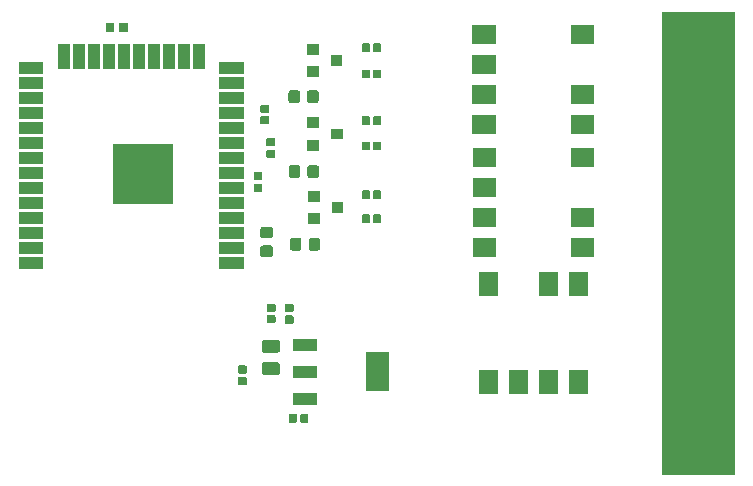
<source format=gbr>
G04 #@! TF.GenerationSoftware,KiCad,Pcbnew,(5.1.5)-3*
G04 #@! TF.CreationDate,2020-04-30T10:37:25-04:00*
G04 #@! TF.ProjectId,Smart Outlet Updated,536d6172-7420-44f7-9574-6c6574205570,rev?*
G04 #@! TF.SameCoordinates,PX4ed8d08PY6a57250*
G04 #@! TF.FileFunction,Soldermask,Top*
G04 #@! TF.FilePolarity,Negative*
%FSLAX46Y46*%
G04 Gerber Fmt 4.6, Leading zero omitted, Abs format (unit mm)*
G04 Created by KiCad (PCBNEW (5.1.5)-3) date 2020-04-30 10:37:25*
%MOMM*%
%LPD*%
G04 APERTURE LIST*
%ADD10C,0.100000*%
G04 APERTURE END LIST*
D10*
G36*
X13462000Y37528500D02*
G01*
X12827000Y37528500D01*
X12827000Y38163500D01*
X13462000Y38163500D01*
X13462000Y37528500D01*
G37*
X13462000Y37528500D02*
X12827000Y37528500D01*
X12827000Y38163500D01*
X13462000Y38163500D01*
X13462000Y37528500D01*
G36*
X12319000Y37528500D02*
G01*
X11684000Y37528500D01*
X11684000Y38163500D01*
X12319000Y38163500D01*
X12319000Y37528500D01*
G37*
X12319000Y37528500D02*
X11684000Y37528500D01*
X11684000Y38163500D01*
X12319000Y38163500D01*
X12319000Y37528500D01*
G36*
X64897000Y0D02*
G01*
X58801000Y0D01*
X58801000Y39116000D01*
X64897000Y39116000D01*
X64897000Y0D01*
G37*
X64897000Y0D02*
X58801000Y0D01*
X58801000Y39116000D01*
X64897000Y39116000D01*
X64897000Y0D01*
G36*
X28745438Y5067284D02*
G01*
X28766057Y5061029D01*
X28785053Y5050876D01*
X28801708Y5037208D01*
X28815376Y5020553D01*
X28825529Y5001557D01*
X28831784Y4980938D01*
X28834500Y4953360D01*
X28834500Y4444640D01*
X28831784Y4417062D01*
X28825529Y4396443D01*
X28815376Y4377447D01*
X28801708Y4360792D01*
X28785053Y4347124D01*
X28766057Y4336971D01*
X28745438Y4330716D01*
X28717860Y4328000D01*
X28259140Y4328000D01*
X28231562Y4330716D01*
X28210943Y4336971D01*
X28191947Y4347124D01*
X28175292Y4360792D01*
X28161624Y4377447D01*
X28151471Y4396443D01*
X28145216Y4417062D01*
X28142500Y4444640D01*
X28142500Y4953360D01*
X28145216Y4980938D01*
X28151471Y5001557D01*
X28161624Y5020553D01*
X28175292Y5037208D01*
X28191947Y5050876D01*
X28210943Y5061029D01*
X28231562Y5067284D01*
X28259140Y5070000D01*
X28717860Y5070000D01*
X28745438Y5067284D01*
G37*
G36*
X27775438Y5067284D02*
G01*
X27796057Y5061029D01*
X27815053Y5050876D01*
X27831708Y5037208D01*
X27845376Y5020553D01*
X27855529Y5001557D01*
X27861784Y4980938D01*
X27864500Y4953360D01*
X27864500Y4444640D01*
X27861784Y4417062D01*
X27855529Y4396443D01*
X27845376Y4377447D01*
X27831708Y4360792D01*
X27815053Y4347124D01*
X27796057Y4336971D01*
X27775438Y4330716D01*
X27747860Y4328000D01*
X27289140Y4328000D01*
X27261562Y4330716D01*
X27240943Y4336971D01*
X27221947Y4347124D01*
X27205292Y4360792D01*
X27191624Y4377447D01*
X27181471Y4396443D01*
X27175216Y4417062D01*
X27172500Y4444640D01*
X27172500Y4953360D01*
X27175216Y4980938D01*
X27181471Y5001557D01*
X27191624Y5020553D01*
X27205292Y5037208D01*
X27221947Y5050876D01*
X27240943Y5061029D01*
X27261562Y5067284D01*
X27289140Y5070000D01*
X27747860Y5070000D01*
X27775438Y5067284D01*
G37*
G36*
X29529000Y5835000D02*
G01*
X27567000Y5835000D01*
X27567000Y6837000D01*
X29529000Y6837000D01*
X29529000Y5835000D01*
G37*
G36*
X47410000Y6787000D02*
G01*
X45808000Y6787000D01*
X45808000Y8789000D01*
X47410000Y8789000D01*
X47410000Y6787000D01*
G37*
G36*
X44870000Y6787000D02*
G01*
X43268000Y6787000D01*
X43268000Y8789000D01*
X44870000Y8789000D01*
X44870000Y6787000D01*
G37*
G36*
X52490000Y6787000D02*
G01*
X50888000Y6787000D01*
X50888000Y8789000D01*
X52490000Y8789000D01*
X52490000Y6787000D01*
G37*
G36*
X49950000Y6787000D02*
G01*
X48348000Y6787000D01*
X48348000Y8789000D01*
X49950000Y8789000D01*
X49950000Y6787000D01*
G37*
G36*
X35679000Y6990000D02*
G01*
X33717000Y6990000D01*
X33717000Y10282000D01*
X35679000Y10282000D01*
X35679000Y6990000D01*
G37*
G36*
X23522938Y8199784D02*
G01*
X23543557Y8193529D01*
X23562553Y8183376D01*
X23579208Y8169708D01*
X23592876Y8153053D01*
X23603029Y8134057D01*
X23609284Y8113438D01*
X23612000Y8085860D01*
X23612000Y7627140D01*
X23609284Y7599562D01*
X23603029Y7578943D01*
X23592876Y7559947D01*
X23579208Y7543292D01*
X23562553Y7529624D01*
X23543557Y7519471D01*
X23522938Y7513216D01*
X23495360Y7510500D01*
X22986640Y7510500D01*
X22959062Y7513216D01*
X22938443Y7519471D01*
X22919447Y7529624D01*
X22902792Y7543292D01*
X22889124Y7559947D01*
X22878971Y7578943D01*
X22872716Y7599562D01*
X22870000Y7627140D01*
X22870000Y8085860D01*
X22872716Y8113438D01*
X22878971Y8134057D01*
X22889124Y8153053D01*
X22902792Y8169708D01*
X22919447Y8183376D01*
X22938443Y8193529D01*
X22959062Y8199784D01*
X22986640Y8202500D01*
X23495360Y8202500D01*
X23522938Y8199784D01*
G37*
G36*
X29529000Y8135000D02*
G01*
X27567000Y8135000D01*
X27567000Y9137000D01*
X29529000Y9137000D01*
X29529000Y8135000D01*
G37*
G36*
X26238468Y9453935D02*
G01*
X26277138Y9442204D01*
X26312777Y9423154D01*
X26344017Y9397517D01*
X26369654Y9366277D01*
X26388704Y9330638D01*
X26400435Y9291968D01*
X26405000Y9245612D01*
X26405000Y8594388D01*
X26400435Y8548032D01*
X26388704Y8509362D01*
X26369654Y8473723D01*
X26344017Y8442483D01*
X26312777Y8416846D01*
X26277138Y8397796D01*
X26238468Y8386065D01*
X26192112Y8381500D01*
X25115888Y8381500D01*
X25069532Y8386065D01*
X25030862Y8397796D01*
X24995223Y8416846D01*
X24963983Y8442483D01*
X24938346Y8473723D01*
X24919296Y8509362D01*
X24907565Y8548032D01*
X24903000Y8594388D01*
X24903000Y9245612D01*
X24907565Y9291968D01*
X24919296Y9330638D01*
X24938346Y9366277D01*
X24963983Y9397517D01*
X24995223Y9423154D01*
X25030862Y9442204D01*
X25069532Y9453935D01*
X25115888Y9458500D01*
X26192112Y9458500D01*
X26238468Y9453935D01*
G37*
G36*
X23522938Y9169784D02*
G01*
X23543557Y9163529D01*
X23562553Y9153376D01*
X23579208Y9139708D01*
X23592876Y9123053D01*
X23603029Y9104057D01*
X23609284Y9083438D01*
X23612000Y9055860D01*
X23612000Y8597140D01*
X23609284Y8569562D01*
X23603029Y8548943D01*
X23592876Y8529947D01*
X23579208Y8513292D01*
X23562553Y8499624D01*
X23543557Y8489471D01*
X23522938Y8483216D01*
X23495360Y8480500D01*
X22986640Y8480500D01*
X22959062Y8483216D01*
X22938443Y8489471D01*
X22919447Y8499624D01*
X22902792Y8513292D01*
X22889124Y8529947D01*
X22878971Y8548943D01*
X22872716Y8569562D01*
X22870000Y8597140D01*
X22870000Y9055860D01*
X22872716Y9083438D01*
X22878971Y9104057D01*
X22889124Y9123053D01*
X22902792Y9139708D01*
X22919447Y9153376D01*
X22938443Y9163529D01*
X22959062Y9169784D01*
X22986640Y9172500D01*
X23495360Y9172500D01*
X23522938Y9169784D01*
G37*
G36*
X26238468Y11328935D02*
G01*
X26277138Y11317204D01*
X26312777Y11298154D01*
X26344017Y11272517D01*
X26369654Y11241277D01*
X26388704Y11205638D01*
X26400435Y11166968D01*
X26405000Y11120612D01*
X26405000Y10469388D01*
X26400435Y10423032D01*
X26388704Y10384362D01*
X26369654Y10348723D01*
X26344017Y10317483D01*
X26312777Y10291846D01*
X26277138Y10272796D01*
X26238468Y10261065D01*
X26192112Y10256500D01*
X25115888Y10256500D01*
X25069532Y10261065D01*
X25030862Y10272796D01*
X24995223Y10291846D01*
X24963983Y10317483D01*
X24938346Y10348723D01*
X24919296Y10384362D01*
X24907565Y10423032D01*
X24903000Y10469388D01*
X24903000Y11120612D01*
X24907565Y11166968D01*
X24919296Y11205638D01*
X24938346Y11241277D01*
X24963983Y11272517D01*
X24995223Y11298154D01*
X25030862Y11317204D01*
X25069532Y11328935D01*
X25115888Y11333500D01*
X26192112Y11333500D01*
X26238468Y11328935D01*
G37*
G36*
X29529000Y10435000D02*
G01*
X27567000Y10435000D01*
X27567000Y11437000D01*
X29529000Y11437000D01*
X29529000Y10435000D01*
G37*
G36*
X27485338Y13406784D02*
G01*
X27505957Y13400529D01*
X27524953Y13390376D01*
X27541608Y13376708D01*
X27555276Y13360053D01*
X27565429Y13341057D01*
X27571684Y13320438D01*
X27574400Y13292860D01*
X27574400Y12834140D01*
X27571684Y12806562D01*
X27565429Y12785943D01*
X27555276Y12766947D01*
X27541608Y12750292D01*
X27524953Y12736624D01*
X27505957Y12726471D01*
X27485338Y12720216D01*
X27457760Y12717500D01*
X26949040Y12717500D01*
X26921462Y12720216D01*
X26900843Y12726471D01*
X26881847Y12736624D01*
X26865192Y12750292D01*
X26851524Y12766947D01*
X26841371Y12785943D01*
X26835116Y12806562D01*
X26832400Y12834140D01*
X26832400Y13292860D01*
X26835116Y13320438D01*
X26841371Y13341057D01*
X26851524Y13360053D01*
X26865192Y13376708D01*
X26881847Y13390376D01*
X26900843Y13400529D01*
X26921462Y13406784D01*
X26949040Y13409500D01*
X27457760Y13409500D01*
X27485338Y13406784D01*
G37*
G36*
X25961338Y13424284D02*
G01*
X25981957Y13418029D01*
X26000953Y13407876D01*
X26017608Y13394208D01*
X26031276Y13377553D01*
X26041429Y13358557D01*
X26047684Y13337938D01*
X26050400Y13310360D01*
X26050400Y12851640D01*
X26047684Y12824062D01*
X26041429Y12803443D01*
X26031276Y12784447D01*
X26017608Y12767792D01*
X26000953Y12754124D01*
X25981957Y12743971D01*
X25961338Y12737716D01*
X25933760Y12735000D01*
X25425040Y12735000D01*
X25397462Y12737716D01*
X25376843Y12743971D01*
X25357847Y12754124D01*
X25341192Y12767792D01*
X25327524Y12784447D01*
X25317371Y12803443D01*
X25311116Y12824062D01*
X25308400Y12851640D01*
X25308400Y13310360D01*
X25311116Y13337938D01*
X25317371Y13358557D01*
X25327524Y13377553D01*
X25341192Y13394208D01*
X25357847Y13407876D01*
X25376843Y13418029D01*
X25397462Y13424284D01*
X25425040Y13427000D01*
X25933760Y13427000D01*
X25961338Y13424284D01*
G37*
G36*
X27485338Y14376784D02*
G01*
X27505957Y14370529D01*
X27524953Y14360376D01*
X27541608Y14346708D01*
X27555276Y14330053D01*
X27565429Y14311057D01*
X27571684Y14290438D01*
X27574400Y14262860D01*
X27574400Y13804140D01*
X27571684Y13776562D01*
X27565429Y13755943D01*
X27555276Y13736947D01*
X27541608Y13720292D01*
X27524953Y13706624D01*
X27505957Y13696471D01*
X27485338Y13690216D01*
X27457760Y13687500D01*
X26949040Y13687500D01*
X26921462Y13690216D01*
X26900843Y13696471D01*
X26881847Y13706624D01*
X26865192Y13720292D01*
X26851524Y13736947D01*
X26841371Y13755943D01*
X26835116Y13776562D01*
X26832400Y13804140D01*
X26832400Y14262860D01*
X26835116Y14290438D01*
X26841371Y14311057D01*
X26851524Y14330053D01*
X26865192Y14346708D01*
X26881847Y14360376D01*
X26900843Y14370529D01*
X26921462Y14376784D01*
X26949040Y14379500D01*
X27457760Y14379500D01*
X27485338Y14376784D01*
G37*
G36*
X25961338Y14394284D02*
G01*
X25981957Y14388029D01*
X26000953Y14377876D01*
X26017608Y14364208D01*
X26031276Y14347553D01*
X26041429Y14328557D01*
X26047684Y14307938D01*
X26050400Y14280360D01*
X26050400Y13821640D01*
X26047684Y13794062D01*
X26041429Y13773443D01*
X26031276Y13754447D01*
X26017608Y13737792D01*
X26000953Y13724124D01*
X25981957Y13713971D01*
X25961338Y13707716D01*
X25933760Y13705000D01*
X25425040Y13705000D01*
X25397462Y13707716D01*
X25376843Y13713971D01*
X25357847Y13724124D01*
X25341192Y13737792D01*
X25327524Y13754447D01*
X25317371Y13773443D01*
X25311116Y13794062D01*
X25308400Y13821640D01*
X25308400Y14280360D01*
X25311116Y14307938D01*
X25317371Y14328557D01*
X25327524Y14347553D01*
X25341192Y14364208D01*
X25357847Y14377876D01*
X25376843Y14388029D01*
X25397462Y14394284D01*
X25425040Y14397000D01*
X25933760Y14397000D01*
X25961338Y14394284D01*
G37*
G36*
X44870000Y15087000D02*
G01*
X43268000Y15087000D01*
X43268000Y17089000D01*
X44870000Y17089000D01*
X44870000Y15087000D01*
G37*
G36*
X49950000Y15087000D02*
G01*
X48348000Y15087000D01*
X48348000Y17089000D01*
X49950000Y17089000D01*
X49950000Y15087000D01*
G37*
G36*
X52490000Y15087000D02*
G01*
X50888000Y15087000D01*
X50888000Y17089000D01*
X52490000Y17089000D01*
X52490000Y15087000D01*
G37*
G36*
X6394000Y17353000D02*
G01*
X4292000Y17353000D01*
X4292000Y18355000D01*
X6394000Y18355000D01*
X6394000Y17353000D01*
G37*
G36*
X23394000Y17353000D02*
G01*
X21292000Y17353000D01*
X21292000Y18355000D01*
X23394000Y18355000D01*
X23394000Y17353000D01*
G37*
G36*
X53039800Y18350600D02*
G01*
X51037800Y18350600D01*
X51037800Y19952600D01*
X53039800Y19952600D01*
X53039800Y18350600D01*
G37*
G36*
X44739800Y18350600D02*
G01*
X42737800Y18350600D01*
X42737800Y19952600D01*
X44739800Y19952600D01*
X44739800Y18350600D01*
G37*
G36*
X25677991Y19331215D02*
G01*
X25711969Y19320907D01*
X25743290Y19304166D01*
X25770739Y19281639D01*
X25793266Y19254190D01*
X25810007Y19222869D01*
X25820315Y19188891D01*
X25824400Y19147410D01*
X25824400Y18546190D01*
X25820315Y18504709D01*
X25810007Y18470731D01*
X25793266Y18439410D01*
X25770739Y18411961D01*
X25743290Y18389434D01*
X25711969Y18372693D01*
X25677991Y18362385D01*
X25636510Y18358300D01*
X24960290Y18358300D01*
X24918809Y18362385D01*
X24884831Y18372693D01*
X24853510Y18389434D01*
X24826061Y18411961D01*
X24803534Y18439410D01*
X24786793Y18470731D01*
X24776485Y18504709D01*
X24772400Y18546190D01*
X24772400Y19147410D01*
X24776485Y19188891D01*
X24786793Y19222869D01*
X24803534Y19254190D01*
X24826061Y19281639D01*
X24853510Y19304166D01*
X24884831Y19320907D01*
X24918809Y19331215D01*
X24960290Y19335300D01*
X25636510Y19335300D01*
X25677991Y19331215D01*
G37*
G36*
X23394000Y18623000D02*
G01*
X21292000Y18623000D01*
X21292000Y19625000D01*
X23394000Y19625000D01*
X23394000Y18623000D01*
G37*
G36*
X6394000Y18623000D02*
G01*
X4292000Y18623000D01*
X4292000Y19625000D01*
X6394000Y19625000D01*
X6394000Y18623000D01*
G37*
G36*
X29679091Y19952915D02*
G01*
X29713069Y19942607D01*
X29744390Y19925866D01*
X29771839Y19903339D01*
X29794366Y19875890D01*
X29811107Y19844569D01*
X29821415Y19810591D01*
X29825500Y19769110D01*
X29825500Y19092890D01*
X29821415Y19051409D01*
X29811107Y19017431D01*
X29794366Y18986110D01*
X29771839Y18958661D01*
X29744390Y18936134D01*
X29713069Y18919393D01*
X29679091Y18909085D01*
X29637610Y18905000D01*
X29036390Y18905000D01*
X28994909Y18909085D01*
X28960931Y18919393D01*
X28929610Y18936134D01*
X28902161Y18958661D01*
X28879634Y18986110D01*
X28862893Y19017431D01*
X28852585Y19051409D01*
X28848500Y19092890D01*
X28848500Y19769110D01*
X28852585Y19810591D01*
X28862893Y19844569D01*
X28879634Y19875890D01*
X28902161Y19903339D01*
X28929610Y19925866D01*
X28960931Y19942607D01*
X28994909Y19952915D01*
X29036390Y19957000D01*
X29637610Y19957000D01*
X29679091Y19952915D01*
G37*
G36*
X28104091Y19952915D02*
G01*
X28138069Y19942607D01*
X28169390Y19925866D01*
X28196839Y19903339D01*
X28219366Y19875890D01*
X28236107Y19844569D01*
X28246415Y19810591D01*
X28250500Y19769110D01*
X28250500Y19092890D01*
X28246415Y19051409D01*
X28236107Y19017431D01*
X28219366Y18986110D01*
X28196839Y18958661D01*
X28169390Y18936134D01*
X28138069Y18919393D01*
X28104091Y18909085D01*
X28062610Y18905000D01*
X27461390Y18905000D01*
X27419909Y18909085D01*
X27385931Y18919393D01*
X27354610Y18936134D01*
X27327161Y18958661D01*
X27304634Y18986110D01*
X27287893Y19017431D01*
X27277585Y19051409D01*
X27273500Y19092890D01*
X27273500Y19769110D01*
X27277585Y19810591D01*
X27287893Y19844569D01*
X27304634Y19875890D01*
X27327161Y19903339D01*
X27354610Y19925866D01*
X27385931Y19942607D01*
X27419909Y19952915D01*
X27461390Y19957000D01*
X28062610Y19957000D01*
X28104091Y19952915D01*
G37*
G36*
X6394000Y19893000D02*
G01*
X4292000Y19893000D01*
X4292000Y20895000D01*
X6394000Y20895000D01*
X6394000Y19893000D01*
G37*
G36*
X23394000Y19893000D02*
G01*
X21292000Y19893000D01*
X21292000Y20895000D01*
X23394000Y20895000D01*
X23394000Y19893000D01*
G37*
G36*
X25677991Y20906215D02*
G01*
X25711969Y20895907D01*
X25743290Y20879166D01*
X25770739Y20856639D01*
X25793266Y20829190D01*
X25810007Y20797869D01*
X25820315Y20763891D01*
X25824400Y20722410D01*
X25824400Y20121190D01*
X25820315Y20079709D01*
X25810007Y20045731D01*
X25793266Y20014410D01*
X25770739Y19986961D01*
X25743290Y19964434D01*
X25711969Y19947693D01*
X25677991Y19937385D01*
X25636510Y19933300D01*
X24960290Y19933300D01*
X24918809Y19937385D01*
X24884831Y19947693D01*
X24853510Y19964434D01*
X24826061Y19986961D01*
X24803534Y20014410D01*
X24786793Y20045731D01*
X24776485Y20079709D01*
X24772400Y20121190D01*
X24772400Y20722410D01*
X24776485Y20763891D01*
X24786793Y20797869D01*
X24803534Y20829190D01*
X24826061Y20856639D01*
X24853510Y20879166D01*
X24884831Y20895907D01*
X24918809Y20906215D01*
X24960290Y20910300D01*
X25636510Y20910300D01*
X25677991Y20906215D01*
G37*
G36*
X53039800Y20890600D02*
G01*
X51037800Y20890600D01*
X51037800Y22492600D01*
X53039800Y22492600D01*
X53039800Y20890600D01*
G37*
G36*
X44739800Y20890600D02*
G01*
X42737800Y20890600D01*
X42737800Y22492600D01*
X44739800Y22492600D01*
X44739800Y20890600D01*
G37*
G36*
X29806500Y21141500D02*
G01*
X28804500Y21141500D01*
X28804500Y22043500D01*
X29806500Y22043500D01*
X29806500Y21141500D01*
G37*
G36*
X6394000Y21163000D02*
G01*
X4292000Y21163000D01*
X4292000Y22165000D01*
X6394000Y22165000D01*
X6394000Y21163000D01*
G37*
G36*
X23394000Y21163000D02*
G01*
X21292000Y21163000D01*
X21292000Y22165000D01*
X23394000Y22165000D01*
X23394000Y21163000D01*
G37*
G36*
X34904938Y21958284D02*
G01*
X34925557Y21952029D01*
X34944553Y21941876D01*
X34961208Y21928208D01*
X34974876Y21911553D01*
X34985029Y21892557D01*
X34991284Y21871938D01*
X34994000Y21844360D01*
X34994000Y21335640D01*
X34991284Y21308062D01*
X34985029Y21287443D01*
X34974876Y21268447D01*
X34961208Y21251792D01*
X34944553Y21238124D01*
X34925557Y21227971D01*
X34904938Y21221716D01*
X34877360Y21219000D01*
X34418640Y21219000D01*
X34391062Y21221716D01*
X34370443Y21227971D01*
X34351447Y21238124D01*
X34334792Y21251792D01*
X34321124Y21268447D01*
X34310971Y21287443D01*
X34304716Y21308062D01*
X34302000Y21335640D01*
X34302000Y21844360D01*
X34304716Y21871938D01*
X34310971Y21892557D01*
X34321124Y21911553D01*
X34334792Y21928208D01*
X34351447Y21941876D01*
X34370443Y21952029D01*
X34391062Y21958284D01*
X34418640Y21961000D01*
X34877360Y21961000D01*
X34904938Y21958284D01*
G37*
G36*
X33934938Y21958284D02*
G01*
X33955557Y21952029D01*
X33974553Y21941876D01*
X33991208Y21928208D01*
X34004876Y21911553D01*
X34015029Y21892557D01*
X34021284Y21871938D01*
X34024000Y21844360D01*
X34024000Y21335640D01*
X34021284Y21308062D01*
X34015029Y21287443D01*
X34004876Y21268447D01*
X33991208Y21251792D01*
X33974553Y21238124D01*
X33955557Y21227971D01*
X33934938Y21221716D01*
X33907360Y21219000D01*
X33448640Y21219000D01*
X33421062Y21221716D01*
X33400443Y21227971D01*
X33381447Y21238124D01*
X33364792Y21251792D01*
X33351124Y21268447D01*
X33340971Y21287443D01*
X33334716Y21308062D01*
X33332000Y21335640D01*
X33332000Y21844360D01*
X33334716Y21871938D01*
X33340971Y21892557D01*
X33351124Y21911553D01*
X33364792Y21928208D01*
X33381447Y21941876D01*
X33400443Y21952029D01*
X33421062Y21958284D01*
X33448640Y21961000D01*
X33907360Y21961000D01*
X33934938Y21958284D01*
G37*
G36*
X31806500Y22091500D02*
G01*
X30804500Y22091500D01*
X30804500Y22993500D01*
X31806500Y22993500D01*
X31806500Y22091500D01*
G37*
G36*
X6394000Y22433000D02*
G01*
X4292000Y22433000D01*
X4292000Y23435000D01*
X6394000Y23435000D01*
X6394000Y22433000D01*
G37*
G36*
X23394000Y22433000D02*
G01*
X21292000Y22433000D01*
X21292000Y23435000D01*
X23394000Y23435000D01*
X23394000Y22433000D01*
G37*
G36*
X17394000Y22803000D02*
G01*
X12292000Y22803000D01*
X12292000Y27905000D01*
X17394000Y27905000D01*
X17394000Y22803000D01*
G37*
G36*
X29806500Y23041500D02*
G01*
X28804500Y23041500D01*
X28804500Y23943500D01*
X29806500Y23943500D01*
X29806500Y23041500D01*
G37*
G36*
X34904938Y23990284D02*
G01*
X34925557Y23984029D01*
X34944553Y23973876D01*
X34961208Y23960208D01*
X34974876Y23943553D01*
X34985029Y23924557D01*
X34991284Y23903938D01*
X34994000Y23876360D01*
X34994000Y23367640D01*
X34991284Y23340062D01*
X34985029Y23319443D01*
X34974876Y23300447D01*
X34961208Y23283792D01*
X34944553Y23270124D01*
X34925557Y23259971D01*
X34904938Y23253716D01*
X34877360Y23251000D01*
X34418640Y23251000D01*
X34391062Y23253716D01*
X34370443Y23259971D01*
X34351447Y23270124D01*
X34334792Y23283792D01*
X34321124Y23300447D01*
X34310971Y23319443D01*
X34304716Y23340062D01*
X34302000Y23367640D01*
X34302000Y23876360D01*
X34304716Y23903938D01*
X34310971Y23924557D01*
X34321124Y23943553D01*
X34334792Y23960208D01*
X34351447Y23973876D01*
X34370443Y23984029D01*
X34391062Y23990284D01*
X34418640Y23993000D01*
X34877360Y23993000D01*
X34904938Y23990284D01*
G37*
G36*
X33934938Y23990284D02*
G01*
X33955557Y23984029D01*
X33974553Y23973876D01*
X33991208Y23960208D01*
X34004876Y23943553D01*
X34015029Y23924557D01*
X34021284Y23903938D01*
X34024000Y23876360D01*
X34024000Y23367640D01*
X34021284Y23340062D01*
X34015029Y23319443D01*
X34004876Y23300447D01*
X33991208Y23283792D01*
X33974553Y23270124D01*
X33955557Y23259971D01*
X33934938Y23253716D01*
X33907360Y23251000D01*
X33448640Y23251000D01*
X33421062Y23253716D01*
X33400443Y23259971D01*
X33381447Y23270124D01*
X33364792Y23283792D01*
X33351124Y23300447D01*
X33340971Y23319443D01*
X33334716Y23340062D01*
X33332000Y23367640D01*
X33332000Y23876360D01*
X33334716Y23903938D01*
X33340971Y23924557D01*
X33351124Y23943553D01*
X33364792Y23960208D01*
X33381447Y23973876D01*
X33400443Y23984029D01*
X33421062Y23990284D01*
X33448640Y23993000D01*
X33907360Y23993000D01*
X33934938Y23990284D01*
G37*
G36*
X44739800Y23430600D02*
G01*
X42737800Y23430600D01*
X42737800Y25032600D01*
X44739800Y25032600D01*
X44739800Y23430600D01*
G37*
G36*
X23394000Y23703000D02*
G01*
X21292000Y23703000D01*
X21292000Y24705000D01*
X23394000Y24705000D01*
X23394000Y23703000D01*
G37*
G36*
X6394000Y23703000D02*
G01*
X4292000Y23703000D01*
X4292000Y24705000D01*
X6394000Y24705000D01*
X6394000Y23703000D01*
G37*
G36*
X24856438Y24559784D02*
G01*
X24877057Y24553529D01*
X24896053Y24543376D01*
X24912708Y24529708D01*
X24926376Y24513053D01*
X24936529Y24494057D01*
X24942784Y24473438D01*
X24945500Y24445860D01*
X24945500Y23987140D01*
X24942784Y23959562D01*
X24936529Y23938943D01*
X24926376Y23919947D01*
X24912708Y23903292D01*
X24896053Y23889624D01*
X24877057Y23879471D01*
X24856438Y23873216D01*
X24828860Y23870500D01*
X24320140Y23870500D01*
X24292562Y23873216D01*
X24271943Y23879471D01*
X24252947Y23889624D01*
X24236292Y23903292D01*
X24222624Y23919947D01*
X24212471Y23938943D01*
X24206216Y23959562D01*
X24203500Y23987140D01*
X24203500Y24445860D01*
X24206216Y24473438D01*
X24212471Y24494057D01*
X24222624Y24513053D01*
X24236292Y24529708D01*
X24252947Y24543376D01*
X24271943Y24553529D01*
X24292562Y24559784D01*
X24320140Y24562500D01*
X24828860Y24562500D01*
X24856438Y24559784D01*
G37*
G36*
X24856438Y25529784D02*
G01*
X24877057Y25523529D01*
X24896053Y25513376D01*
X24912708Y25499708D01*
X24926376Y25483053D01*
X24936529Y25464057D01*
X24942784Y25443438D01*
X24945500Y25415860D01*
X24945500Y24957140D01*
X24942784Y24929562D01*
X24936529Y24908943D01*
X24926376Y24889947D01*
X24912708Y24873292D01*
X24896053Y24859624D01*
X24877057Y24849471D01*
X24856438Y24843216D01*
X24828860Y24840500D01*
X24320140Y24840500D01*
X24292562Y24843216D01*
X24271943Y24849471D01*
X24252947Y24859624D01*
X24236292Y24873292D01*
X24222624Y24889947D01*
X24212471Y24908943D01*
X24206216Y24929562D01*
X24203500Y24957140D01*
X24203500Y25415860D01*
X24206216Y25443438D01*
X24212471Y25464057D01*
X24222624Y25483053D01*
X24236292Y25499708D01*
X24252947Y25513376D01*
X24271943Y25523529D01*
X24292562Y25529784D01*
X24320140Y25532500D01*
X24828860Y25532500D01*
X24856438Y25529784D01*
G37*
G36*
X6394000Y24973000D02*
G01*
X4292000Y24973000D01*
X4292000Y25975000D01*
X6394000Y25975000D01*
X6394000Y24973000D01*
G37*
G36*
X23394000Y24973000D02*
G01*
X21292000Y24973000D01*
X21292000Y25975000D01*
X23394000Y25975000D01*
X23394000Y24973000D01*
G37*
G36*
X28002591Y26112415D02*
G01*
X28036569Y26102107D01*
X28067890Y26085366D01*
X28095339Y26062839D01*
X28117866Y26035390D01*
X28134607Y26004069D01*
X28144915Y25970091D01*
X28149000Y25928610D01*
X28149000Y25252390D01*
X28144915Y25210909D01*
X28134607Y25176931D01*
X28117866Y25145610D01*
X28095339Y25118161D01*
X28067890Y25095634D01*
X28036569Y25078893D01*
X28002591Y25068585D01*
X27961110Y25064500D01*
X27359890Y25064500D01*
X27318409Y25068585D01*
X27284431Y25078893D01*
X27253110Y25095634D01*
X27225661Y25118161D01*
X27203134Y25145610D01*
X27186393Y25176931D01*
X27176085Y25210909D01*
X27172000Y25252390D01*
X27172000Y25928610D01*
X27176085Y25970091D01*
X27186393Y26004069D01*
X27203134Y26035390D01*
X27225661Y26062839D01*
X27253110Y26085366D01*
X27284431Y26102107D01*
X27318409Y26112415D01*
X27359890Y26116500D01*
X27961110Y26116500D01*
X28002591Y26112415D01*
G37*
G36*
X29577591Y26112415D02*
G01*
X29611569Y26102107D01*
X29642890Y26085366D01*
X29670339Y26062839D01*
X29692866Y26035390D01*
X29709607Y26004069D01*
X29719915Y25970091D01*
X29724000Y25928610D01*
X29724000Y25252390D01*
X29719915Y25210909D01*
X29709607Y25176931D01*
X29692866Y25145610D01*
X29670339Y25118161D01*
X29642890Y25095634D01*
X29611569Y25078893D01*
X29577591Y25068585D01*
X29536110Y25064500D01*
X28934890Y25064500D01*
X28893409Y25068585D01*
X28859431Y25078893D01*
X28828110Y25095634D01*
X28800661Y25118161D01*
X28778134Y25145610D01*
X28761393Y25176931D01*
X28751085Y25210909D01*
X28747000Y25252390D01*
X28747000Y25928610D01*
X28751085Y25970091D01*
X28761393Y26004069D01*
X28778134Y26035390D01*
X28800661Y26062839D01*
X28828110Y26085366D01*
X28859431Y26102107D01*
X28893409Y26112415D01*
X28934890Y26116500D01*
X29536110Y26116500D01*
X29577591Y26112415D01*
G37*
G36*
X53039800Y25970600D02*
G01*
X51037800Y25970600D01*
X51037800Y27572600D01*
X53039800Y27572600D01*
X53039800Y25970600D01*
G37*
G36*
X44739800Y25970600D02*
G01*
X42737800Y25970600D01*
X42737800Y27572600D01*
X44739800Y27572600D01*
X44739800Y25970600D01*
G37*
G36*
X23394000Y26243000D02*
G01*
X21292000Y26243000D01*
X21292000Y27245000D01*
X23394000Y27245000D01*
X23394000Y26243000D01*
G37*
G36*
X6394000Y26243000D02*
G01*
X4292000Y26243000D01*
X4292000Y27245000D01*
X6394000Y27245000D01*
X6394000Y26243000D01*
G37*
G36*
X25935938Y27440284D02*
G01*
X25956557Y27434029D01*
X25975553Y27423876D01*
X25992208Y27410208D01*
X26005876Y27393553D01*
X26016029Y27374557D01*
X26022284Y27353938D01*
X26025000Y27326360D01*
X26025000Y26867640D01*
X26022284Y26840062D01*
X26016029Y26819443D01*
X26005876Y26800447D01*
X25992208Y26783792D01*
X25975553Y26770124D01*
X25956557Y26759971D01*
X25935938Y26753716D01*
X25908360Y26751000D01*
X25399640Y26751000D01*
X25372062Y26753716D01*
X25351443Y26759971D01*
X25332447Y26770124D01*
X25315792Y26783792D01*
X25302124Y26800447D01*
X25291971Y26819443D01*
X25285716Y26840062D01*
X25283000Y26867640D01*
X25283000Y27326360D01*
X25285716Y27353938D01*
X25291971Y27374557D01*
X25302124Y27393553D01*
X25315792Y27410208D01*
X25332447Y27423876D01*
X25351443Y27434029D01*
X25372062Y27440284D01*
X25399640Y27443000D01*
X25908360Y27443000D01*
X25935938Y27440284D01*
G37*
G36*
X29743000Y27367000D02*
G01*
X28741000Y27367000D01*
X28741000Y28269000D01*
X29743000Y28269000D01*
X29743000Y27367000D01*
G37*
G36*
X33957938Y28117784D02*
G01*
X33978557Y28111529D01*
X33997553Y28101376D01*
X34014208Y28087708D01*
X34027876Y28071053D01*
X34038029Y28052057D01*
X34044284Y28031438D01*
X34047000Y28003860D01*
X34047000Y27495140D01*
X34044284Y27467562D01*
X34038029Y27446943D01*
X34027876Y27427947D01*
X34014208Y27411292D01*
X33997553Y27397624D01*
X33978557Y27387471D01*
X33957938Y27381216D01*
X33930360Y27378500D01*
X33471640Y27378500D01*
X33444062Y27381216D01*
X33423443Y27387471D01*
X33404447Y27397624D01*
X33387792Y27411292D01*
X33374124Y27427947D01*
X33363971Y27446943D01*
X33357716Y27467562D01*
X33355000Y27495140D01*
X33355000Y28003860D01*
X33357716Y28031438D01*
X33363971Y28052057D01*
X33374124Y28071053D01*
X33387792Y28087708D01*
X33404447Y28101376D01*
X33423443Y28111529D01*
X33444062Y28117784D01*
X33471640Y28120500D01*
X33930360Y28120500D01*
X33957938Y28117784D01*
G37*
G36*
X34927938Y28117784D02*
G01*
X34948557Y28111529D01*
X34967553Y28101376D01*
X34984208Y28087708D01*
X34997876Y28071053D01*
X35008029Y28052057D01*
X35014284Y28031438D01*
X35017000Y28003860D01*
X35017000Y27495140D01*
X35014284Y27467562D01*
X35008029Y27446943D01*
X34997876Y27427947D01*
X34984208Y27411292D01*
X34967553Y27397624D01*
X34948557Y27387471D01*
X34927938Y27381216D01*
X34900360Y27378500D01*
X34441640Y27378500D01*
X34414062Y27381216D01*
X34393443Y27387471D01*
X34374447Y27397624D01*
X34357792Y27411292D01*
X34344124Y27427947D01*
X34333971Y27446943D01*
X34327716Y27467562D01*
X34325000Y27495140D01*
X34325000Y28003860D01*
X34327716Y28031438D01*
X34333971Y28052057D01*
X34344124Y28071053D01*
X34357792Y28087708D01*
X34374447Y28101376D01*
X34393443Y28111529D01*
X34414062Y28117784D01*
X34441640Y28120500D01*
X34900360Y28120500D01*
X34927938Y28117784D01*
G37*
G36*
X23394000Y27513000D02*
G01*
X21292000Y27513000D01*
X21292000Y28515000D01*
X23394000Y28515000D01*
X23394000Y27513000D01*
G37*
G36*
X6394000Y27513000D02*
G01*
X4292000Y27513000D01*
X4292000Y28515000D01*
X6394000Y28515000D01*
X6394000Y27513000D01*
G37*
G36*
X25935938Y28410284D02*
G01*
X25956557Y28404029D01*
X25975553Y28393876D01*
X25992208Y28380208D01*
X26005876Y28363553D01*
X26016029Y28344557D01*
X26022284Y28323938D01*
X26025000Y28296360D01*
X26025000Y27837640D01*
X26022284Y27810062D01*
X26016029Y27789443D01*
X26005876Y27770447D01*
X25992208Y27753792D01*
X25975553Y27740124D01*
X25956557Y27729971D01*
X25935938Y27723716D01*
X25908360Y27721000D01*
X25399640Y27721000D01*
X25372062Y27723716D01*
X25351443Y27729971D01*
X25332447Y27740124D01*
X25315792Y27753792D01*
X25302124Y27770447D01*
X25291971Y27789443D01*
X25285716Y27810062D01*
X25283000Y27837640D01*
X25283000Y28296360D01*
X25285716Y28323938D01*
X25291971Y28344557D01*
X25302124Y28363553D01*
X25315792Y28380208D01*
X25332447Y28393876D01*
X25351443Y28404029D01*
X25372062Y28410284D01*
X25399640Y28413000D01*
X25908360Y28413000D01*
X25935938Y28410284D01*
G37*
G36*
X31743000Y28317000D02*
G01*
X30741000Y28317000D01*
X30741000Y29219000D01*
X31743000Y29219000D01*
X31743000Y28317000D01*
G37*
G36*
X44730000Y28764600D02*
G01*
X42728000Y28764600D01*
X42728000Y30366600D01*
X44730000Y30366600D01*
X44730000Y28764600D01*
G37*
G36*
X53030000Y28764600D02*
G01*
X51028000Y28764600D01*
X51028000Y30366600D01*
X53030000Y30366600D01*
X53030000Y28764600D01*
G37*
G36*
X23394000Y28783000D02*
G01*
X21292000Y28783000D01*
X21292000Y29785000D01*
X23394000Y29785000D01*
X23394000Y28783000D01*
G37*
G36*
X6394000Y28783000D02*
G01*
X4292000Y28783000D01*
X4292000Y29785000D01*
X6394000Y29785000D01*
X6394000Y28783000D01*
G37*
G36*
X29743000Y29267000D02*
G01*
X28741000Y29267000D01*
X28741000Y30169000D01*
X29743000Y30169000D01*
X29743000Y29267000D01*
G37*
G36*
X34927938Y30276784D02*
G01*
X34948557Y30270529D01*
X34967553Y30260376D01*
X34984208Y30246708D01*
X34997876Y30230053D01*
X35008029Y30211057D01*
X35014284Y30190438D01*
X35017000Y30162860D01*
X35017000Y29654140D01*
X35014284Y29626562D01*
X35008029Y29605943D01*
X34997876Y29586947D01*
X34984208Y29570292D01*
X34967553Y29556624D01*
X34948557Y29546471D01*
X34927938Y29540216D01*
X34900360Y29537500D01*
X34441640Y29537500D01*
X34414062Y29540216D01*
X34393443Y29546471D01*
X34374447Y29556624D01*
X34357792Y29570292D01*
X34344124Y29586947D01*
X34333971Y29605943D01*
X34327716Y29626562D01*
X34325000Y29654140D01*
X34325000Y30162860D01*
X34327716Y30190438D01*
X34333971Y30211057D01*
X34344124Y30230053D01*
X34357792Y30246708D01*
X34374447Y30260376D01*
X34393443Y30270529D01*
X34414062Y30276784D01*
X34441640Y30279500D01*
X34900360Y30279500D01*
X34927938Y30276784D01*
G37*
G36*
X33957938Y30276784D02*
G01*
X33978557Y30270529D01*
X33997553Y30260376D01*
X34014208Y30246708D01*
X34027876Y30230053D01*
X34038029Y30211057D01*
X34044284Y30190438D01*
X34047000Y30162860D01*
X34047000Y29654140D01*
X34044284Y29626562D01*
X34038029Y29605943D01*
X34027876Y29586947D01*
X34014208Y29570292D01*
X33997553Y29556624D01*
X33978557Y29546471D01*
X33957938Y29540216D01*
X33930360Y29537500D01*
X33471640Y29537500D01*
X33444062Y29540216D01*
X33423443Y29546471D01*
X33404447Y29556624D01*
X33387792Y29570292D01*
X33374124Y29586947D01*
X33363971Y29605943D01*
X33357716Y29626562D01*
X33355000Y29654140D01*
X33355000Y30162860D01*
X33357716Y30190438D01*
X33363971Y30211057D01*
X33374124Y30230053D01*
X33387792Y30246708D01*
X33404447Y30260376D01*
X33423443Y30270529D01*
X33444062Y30276784D01*
X33471640Y30279500D01*
X33930360Y30279500D01*
X33957938Y30276784D01*
G37*
G36*
X25427938Y30274784D02*
G01*
X25448557Y30268529D01*
X25467553Y30258376D01*
X25484208Y30244708D01*
X25497876Y30228053D01*
X25508029Y30209057D01*
X25514284Y30188438D01*
X25517000Y30160860D01*
X25517000Y29702140D01*
X25514284Y29674562D01*
X25508029Y29653943D01*
X25497876Y29634947D01*
X25484208Y29618292D01*
X25467553Y29604624D01*
X25448557Y29594471D01*
X25427938Y29588216D01*
X25400360Y29585500D01*
X24891640Y29585500D01*
X24864062Y29588216D01*
X24843443Y29594471D01*
X24824447Y29604624D01*
X24807792Y29618292D01*
X24794124Y29634947D01*
X24783971Y29653943D01*
X24777716Y29674562D01*
X24775000Y29702140D01*
X24775000Y30160860D01*
X24777716Y30188438D01*
X24783971Y30209057D01*
X24794124Y30228053D01*
X24807792Y30244708D01*
X24824447Y30258376D01*
X24843443Y30268529D01*
X24864062Y30274784D01*
X24891640Y30277500D01*
X25400360Y30277500D01*
X25427938Y30274784D01*
G37*
G36*
X6394000Y30053000D02*
G01*
X4292000Y30053000D01*
X4292000Y31055000D01*
X6394000Y31055000D01*
X6394000Y30053000D01*
G37*
G36*
X23394000Y30053000D02*
G01*
X21292000Y30053000D01*
X21292000Y31055000D01*
X23394000Y31055000D01*
X23394000Y30053000D01*
G37*
G36*
X25427938Y31244784D02*
G01*
X25448557Y31238529D01*
X25467553Y31228376D01*
X25484208Y31214708D01*
X25497876Y31198053D01*
X25508029Y31179057D01*
X25514284Y31158438D01*
X25517000Y31130860D01*
X25517000Y30672140D01*
X25514284Y30644562D01*
X25508029Y30623943D01*
X25497876Y30604947D01*
X25484208Y30588292D01*
X25467553Y30574624D01*
X25448557Y30564471D01*
X25427938Y30558216D01*
X25400360Y30555500D01*
X24891640Y30555500D01*
X24864062Y30558216D01*
X24843443Y30564471D01*
X24824447Y30574624D01*
X24807792Y30588292D01*
X24794124Y30604947D01*
X24783971Y30623943D01*
X24777716Y30644562D01*
X24775000Y30672140D01*
X24775000Y31130860D01*
X24777716Y31158438D01*
X24783971Y31179057D01*
X24794124Y31198053D01*
X24807792Y31214708D01*
X24824447Y31228376D01*
X24843443Y31238529D01*
X24864062Y31244784D01*
X24891640Y31247500D01*
X25400360Y31247500D01*
X25427938Y31244784D01*
G37*
G36*
X53030000Y31304600D02*
G01*
X51028000Y31304600D01*
X51028000Y32906600D01*
X53030000Y32906600D01*
X53030000Y31304600D01*
G37*
G36*
X44730000Y31304600D02*
G01*
X42728000Y31304600D01*
X42728000Y32906600D01*
X44730000Y32906600D01*
X44730000Y31304600D01*
G37*
G36*
X6394000Y31323000D02*
G01*
X4292000Y31323000D01*
X4292000Y32325000D01*
X6394000Y32325000D01*
X6394000Y31323000D01*
G37*
G36*
X23394000Y31323000D02*
G01*
X21292000Y31323000D01*
X21292000Y32325000D01*
X23394000Y32325000D01*
X23394000Y31323000D01*
G37*
G36*
X27977091Y32462415D02*
G01*
X28011069Y32452107D01*
X28042390Y32435366D01*
X28069839Y32412839D01*
X28092366Y32385390D01*
X28109107Y32354069D01*
X28119415Y32320091D01*
X28123500Y32278610D01*
X28123500Y31602390D01*
X28119415Y31560909D01*
X28109107Y31526931D01*
X28092366Y31495610D01*
X28069839Y31468161D01*
X28042390Y31445634D01*
X28011069Y31428893D01*
X27977091Y31418585D01*
X27935610Y31414500D01*
X27334390Y31414500D01*
X27292909Y31418585D01*
X27258931Y31428893D01*
X27227610Y31445634D01*
X27200161Y31468161D01*
X27177634Y31495610D01*
X27160893Y31526931D01*
X27150585Y31560909D01*
X27146500Y31602390D01*
X27146500Y32278610D01*
X27150585Y32320091D01*
X27160893Y32354069D01*
X27177634Y32385390D01*
X27200161Y32412839D01*
X27227610Y32435366D01*
X27258931Y32452107D01*
X27292909Y32462415D01*
X27334390Y32466500D01*
X27935610Y32466500D01*
X27977091Y32462415D01*
G37*
G36*
X29552091Y32462415D02*
G01*
X29586069Y32452107D01*
X29617390Y32435366D01*
X29644839Y32412839D01*
X29667366Y32385390D01*
X29684107Y32354069D01*
X29694415Y32320091D01*
X29698500Y32278610D01*
X29698500Y31602390D01*
X29694415Y31560909D01*
X29684107Y31526931D01*
X29667366Y31495610D01*
X29644839Y31468161D01*
X29617390Y31445634D01*
X29586069Y31428893D01*
X29552091Y31418585D01*
X29510610Y31414500D01*
X28909390Y31414500D01*
X28867909Y31418585D01*
X28833931Y31428893D01*
X28802610Y31445634D01*
X28775161Y31468161D01*
X28752634Y31495610D01*
X28735893Y31526931D01*
X28725585Y31560909D01*
X28721500Y31602390D01*
X28721500Y32278610D01*
X28725585Y32320091D01*
X28735893Y32354069D01*
X28752634Y32385390D01*
X28775161Y32412839D01*
X28802610Y32435366D01*
X28833931Y32452107D01*
X28867909Y32462415D01*
X28909390Y32466500D01*
X29510610Y32466500D01*
X29552091Y32462415D01*
G37*
G36*
X23394000Y32593000D02*
G01*
X21292000Y32593000D01*
X21292000Y33595000D01*
X23394000Y33595000D01*
X23394000Y32593000D01*
G37*
G36*
X6394000Y32593000D02*
G01*
X4292000Y32593000D01*
X4292000Y33595000D01*
X6394000Y33595000D01*
X6394000Y32593000D01*
G37*
G36*
X34927938Y34213784D02*
G01*
X34948557Y34207529D01*
X34967553Y34197376D01*
X34984208Y34183708D01*
X34997876Y34167053D01*
X35008029Y34148057D01*
X35014284Y34127438D01*
X35017000Y34099860D01*
X35017000Y33591140D01*
X35014284Y33563562D01*
X35008029Y33542943D01*
X34997876Y33523947D01*
X34984208Y33507292D01*
X34967553Y33493624D01*
X34948557Y33483471D01*
X34927938Y33477216D01*
X34900360Y33474500D01*
X34441640Y33474500D01*
X34414062Y33477216D01*
X34393443Y33483471D01*
X34374447Y33493624D01*
X34357792Y33507292D01*
X34344124Y33523947D01*
X34333971Y33542943D01*
X34327716Y33563562D01*
X34325000Y33591140D01*
X34325000Y34099860D01*
X34327716Y34127438D01*
X34333971Y34148057D01*
X34344124Y34167053D01*
X34357792Y34183708D01*
X34374447Y34197376D01*
X34393443Y34207529D01*
X34414062Y34213784D01*
X34441640Y34216500D01*
X34900360Y34216500D01*
X34927938Y34213784D01*
G37*
G36*
X33957938Y34213784D02*
G01*
X33978557Y34207529D01*
X33997553Y34197376D01*
X34014208Y34183708D01*
X34027876Y34167053D01*
X34038029Y34148057D01*
X34044284Y34127438D01*
X34047000Y34099860D01*
X34047000Y33591140D01*
X34044284Y33563562D01*
X34038029Y33542943D01*
X34027876Y33523947D01*
X34014208Y33507292D01*
X33997553Y33493624D01*
X33978557Y33483471D01*
X33957938Y33477216D01*
X33930360Y33474500D01*
X33471640Y33474500D01*
X33444062Y33477216D01*
X33423443Y33483471D01*
X33404447Y33493624D01*
X33387792Y33507292D01*
X33374124Y33523947D01*
X33363971Y33542943D01*
X33357716Y33563562D01*
X33355000Y33591140D01*
X33355000Y34099860D01*
X33357716Y34127438D01*
X33363971Y34148057D01*
X33374124Y34167053D01*
X33387792Y34183708D01*
X33404447Y34197376D01*
X33423443Y34207529D01*
X33444062Y34213784D01*
X33471640Y34216500D01*
X33930360Y34216500D01*
X33957938Y34213784D01*
G37*
G36*
X29711000Y33585000D02*
G01*
X28709000Y33585000D01*
X28709000Y34487000D01*
X29711000Y34487000D01*
X29711000Y33585000D01*
G37*
G36*
X44730000Y33844600D02*
G01*
X42728000Y33844600D01*
X42728000Y35446600D01*
X44730000Y35446600D01*
X44730000Y33844600D01*
G37*
G36*
X6394000Y33863000D02*
G01*
X4292000Y33863000D01*
X4292000Y34865000D01*
X6394000Y34865000D01*
X6394000Y33863000D01*
G37*
G36*
X23394000Y33863000D02*
G01*
X21292000Y33863000D01*
X21292000Y34865000D01*
X23394000Y34865000D01*
X23394000Y33863000D01*
G37*
G36*
X12439000Y34313000D02*
G01*
X11437000Y34313000D01*
X11437000Y36415000D01*
X12439000Y36415000D01*
X12439000Y34313000D01*
G37*
G36*
X20059000Y34313000D02*
G01*
X19057000Y34313000D01*
X19057000Y36415000D01*
X20059000Y36415000D01*
X20059000Y34313000D01*
G37*
G36*
X18789000Y34313000D02*
G01*
X17787000Y34313000D01*
X17787000Y36415000D01*
X18789000Y36415000D01*
X18789000Y34313000D01*
G37*
G36*
X17519000Y34313000D02*
G01*
X16517000Y34313000D01*
X16517000Y36415000D01*
X17519000Y36415000D01*
X17519000Y34313000D01*
G37*
G36*
X16249000Y34313000D02*
G01*
X15247000Y34313000D01*
X15247000Y36415000D01*
X16249000Y36415000D01*
X16249000Y34313000D01*
G37*
G36*
X8629000Y34313000D02*
G01*
X7627000Y34313000D01*
X7627000Y36415000D01*
X8629000Y36415000D01*
X8629000Y34313000D01*
G37*
G36*
X9899000Y34313000D02*
G01*
X8897000Y34313000D01*
X8897000Y36415000D01*
X9899000Y36415000D01*
X9899000Y34313000D01*
G37*
G36*
X11169000Y34313000D02*
G01*
X10167000Y34313000D01*
X10167000Y36415000D01*
X11169000Y36415000D01*
X11169000Y34313000D01*
G37*
G36*
X13709000Y34313000D02*
G01*
X12707000Y34313000D01*
X12707000Y36415000D01*
X13709000Y36415000D01*
X13709000Y34313000D01*
G37*
G36*
X14979000Y34313000D02*
G01*
X13977000Y34313000D01*
X13977000Y36415000D01*
X14979000Y36415000D01*
X14979000Y34313000D01*
G37*
G36*
X31711000Y34535000D02*
G01*
X30709000Y34535000D01*
X30709000Y35437000D01*
X31711000Y35437000D01*
X31711000Y34535000D01*
G37*
G36*
X29711000Y35485000D02*
G01*
X28709000Y35485000D01*
X28709000Y36387000D01*
X29711000Y36387000D01*
X29711000Y35485000D01*
G37*
G36*
X33934938Y36436284D02*
G01*
X33955557Y36430029D01*
X33974553Y36419876D01*
X33991208Y36406208D01*
X34004876Y36389553D01*
X34015029Y36370557D01*
X34021284Y36349938D01*
X34024000Y36322360D01*
X34024000Y35813640D01*
X34021284Y35786062D01*
X34015029Y35765443D01*
X34004876Y35746447D01*
X33991208Y35729792D01*
X33974553Y35716124D01*
X33955557Y35705971D01*
X33934938Y35699716D01*
X33907360Y35697000D01*
X33448640Y35697000D01*
X33421062Y35699716D01*
X33400443Y35705971D01*
X33381447Y35716124D01*
X33364792Y35729792D01*
X33351124Y35746447D01*
X33340971Y35765443D01*
X33334716Y35786062D01*
X33332000Y35813640D01*
X33332000Y36322360D01*
X33334716Y36349938D01*
X33340971Y36370557D01*
X33351124Y36389553D01*
X33364792Y36406208D01*
X33381447Y36419876D01*
X33400443Y36430029D01*
X33421062Y36436284D01*
X33448640Y36439000D01*
X33907360Y36439000D01*
X33934938Y36436284D01*
G37*
G36*
X34904938Y36436284D02*
G01*
X34925557Y36430029D01*
X34944553Y36419876D01*
X34961208Y36406208D01*
X34974876Y36389553D01*
X34985029Y36370557D01*
X34991284Y36349938D01*
X34994000Y36322360D01*
X34994000Y35813640D01*
X34991284Y35786062D01*
X34985029Y35765443D01*
X34974876Y35746447D01*
X34961208Y35729792D01*
X34944553Y35716124D01*
X34925557Y35705971D01*
X34904938Y35699716D01*
X34877360Y35697000D01*
X34418640Y35697000D01*
X34391062Y35699716D01*
X34370443Y35705971D01*
X34351447Y35716124D01*
X34334792Y35729792D01*
X34321124Y35746447D01*
X34310971Y35765443D01*
X34304716Y35786062D01*
X34302000Y35813640D01*
X34302000Y36322360D01*
X34304716Y36349938D01*
X34310971Y36370557D01*
X34321124Y36389553D01*
X34334792Y36406208D01*
X34351447Y36419876D01*
X34370443Y36430029D01*
X34391062Y36436284D01*
X34418640Y36439000D01*
X34877360Y36439000D01*
X34904938Y36436284D01*
G37*
G36*
X44730000Y36384600D02*
G01*
X42728000Y36384600D01*
X42728000Y37986600D01*
X44730000Y37986600D01*
X44730000Y36384600D01*
G37*
G36*
X53030000Y36384600D02*
G01*
X51028000Y36384600D01*
X51028000Y37986600D01*
X53030000Y37986600D01*
X53030000Y36384600D01*
G37*
M02*

</source>
